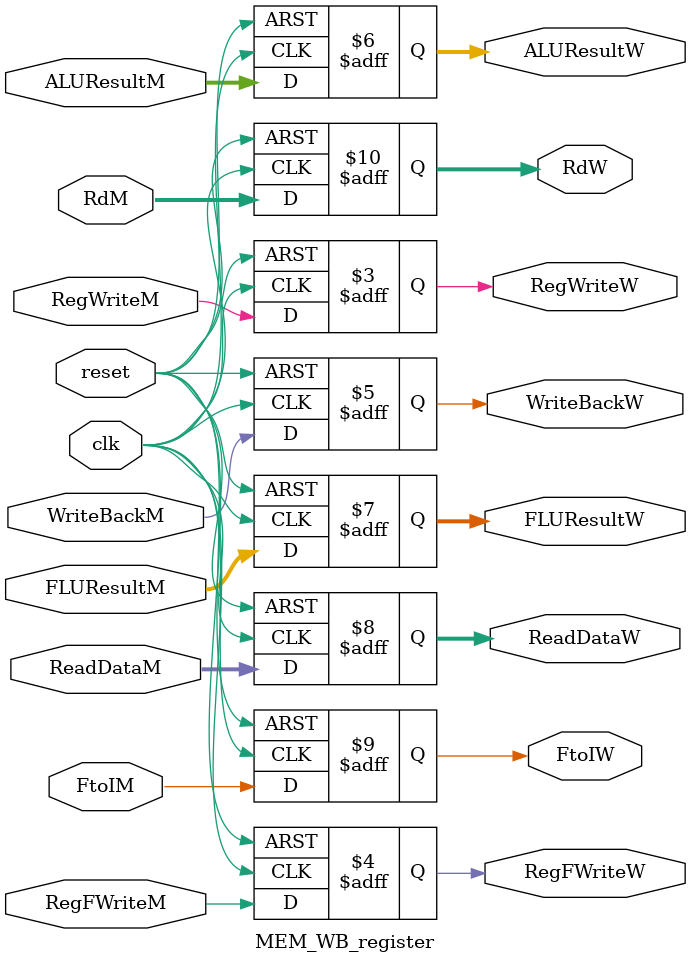
<source format=v>
module MEM_WB_register (
	input RegWriteM, RegFWriteM, clk, reset,
	input  WriteBackM,
	input [31:0] ALUResultM, FLUResultM, ReadDataM,
	input [4:0] RdM,
	input FtoIM,
	
	output reg RegWriteW, RegFWriteW,
	output reg WriteBackW,
	output reg [31:0] ALUResultW, FLUResultW, ReadDataW,
	output reg FtoIW,
	output reg [4:0] RdW
);

always @(posedge clk or negedge reset) begin
	if (~reset) begin
		RegWriteW <= 0;
		RegFWriteW <= 0;
		WriteBackW <= 3'd0; 
		ALUResultW <= 32'd0; ReadDataW <= 32'd0;
		FLUResultW <= 32'd0;
		FtoIW <= 0;
		RdW <= 5'd0;
	end
	else begin
		RegWriteW <= RegWriteM;
		RegFWriteW <= RegFWriteM;
		WriteBackW <= WriteBackM;
		ALUResultW <= ALUResultM; ReadDataW <= ReadDataM;
		FLUResultW <= FLUResultM;
		FtoIW <= FtoIM;
		RdW <= RdM;
	end
end
endmodule 
</source>
